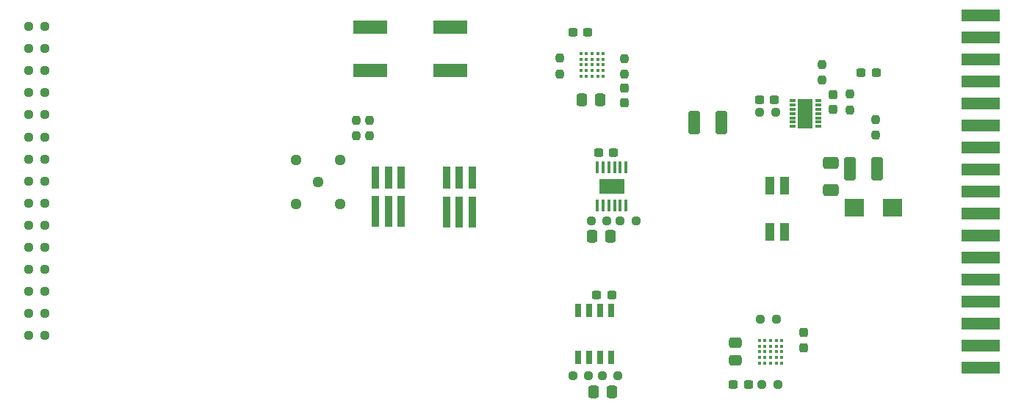
<source format=gbr>
%TF.GenerationSoftware,KiCad,Pcbnew,8.0.7*%
%TF.CreationDate,2024-12-28T14:56:54+01:00*%
%TF.ProjectId,A5256,41353235-362e-46b6-9963-61645f706362,rev?*%
%TF.SameCoordinates,Original*%
%TF.FileFunction,Paste,Bot*%
%TF.FilePolarity,Positive*%
%FSLAX46Y46*%
G04 Gerber Fmt 4.6, Leading zero omitted, Abs format (unit mm)*
G04 Created by KiCad (PCBNEW 8.0.7) date 2024-12-28 14:56:54*
%MOMM*%
%LPD*%
G01*
G04 APERTURE LIST*
G04 Aperture macros list*
%AMRoundRect*
0 Rectangle with rounded corners*
0 $1 Rounding radius*
0 $2 $3 $4 $5 $6 $7 $8 $9 X,Y pos of 4 corners*
0 Add a 4 corners polygon primitive as box body*
4,1,4,$2,$3,$4,$5,$6,$7,$8,$9,$2,$3,0*
0 Add four circle primitives for the rounded corners*
1,1,$1+$1,$2,$3*
1,1,$1+$1,$4,$5*
1,1,$1+$1,$6,$7*
1,1,$1+$1,$8,$9*
0 Add four rect primitives between the rounded corners*
20,1,$1+$1,$2,$3,$4,$5,0*
20,1,$1+$1,$4,$5,$6,$7,0*
20,1,$1+$1,$6,$7,$8,$9,0*
20,1,$1+$1,$8,$9,$2,$3,0*%
G04 Aperture macros list end*
%ADD10RoundRect,0.250000X0.337500X0.475000X-0.337500X0.475000X-0.337500X-0.475000X0.337500X-0.475000X0*%
%ADD11R,0.850000X3.550000*%
%ADD12R,0.850000X2.650000*%
%ADD13RoundRect,0.237500X0.250000X0.237500X-0.250000X0.237500X-0.250000X-0.237500X0.250000X-0.237500X0*%
%ADD14RoundRect,0.250000X0.650000X-0.412500X0.650000X0.412500X-0.650000X0.412500X-0.650000X-0.412500X0*%
%ADD15R,2.200000X2.150000*%
%ADD16RoundRect,0.237500X0.237500X-0.250000X0.237500X0.250000X-0.237500X0.250000X-0.237500X-0.250000X0*%
%ADD17RoundRect,0.237500X0.300000X0.237500X-0.300000X0.237500X-0.300000X-0.237500X0.300000X-0.237500X0*%
%ADD18RoundRect,0.250000X0.475000X-0.337500X0.475000X0.337500X-0.475000X0.337500X-0.475000X-0.337500X0*%
%ADD19RoundRect,0.237500X-0.237500X0.300000X-0.237500X-0.300000X0.237500X-0.300000X0.237500X0.300000X0*%
%ADD20R,4.500000X1.400000*%
%ADD21RoundRect,0.237500X0.237500X-0.300000X0.237500X0.300000X-0.237500X0.300000X-0.237500X-0.300000X0*%
%ADD22RoundRect,0.237500X-0.250000X-0.237500X0.250000X-0.237500X0.250000X0.237500X-0.250000X0.237500X0*%
%ADD23R,0.800000X0.300000*%
%ADD24R,1.800000X3.400000*%
%ADD25C,0.370000*%
%ADD26RoundRect,0.250000X-0.337500X-0.475000X0.337500X-0.475000X0.337500X0.475000X-0.337500X0.475000X0*%
%ADD27R,0.450000X1.425000*%
%ADD28R,2.947000X1.753000*%
%ADD29RoundRect,0.237500X-0.237500X0.250000X-0.237500X-0.250000X0.237500X-0.250000X0.237500X0.250000X0*%
%ADD30R,4.000000X1.600000*%
%ADD31R,0.650000X1.526000*%
%ADD32R,1.100000X2.100000*%
%ADD33RoundRect,0.250000X-0.412500X-1.100000X0.412500X-1.100000X0.412500X1.100000X-0.412500X1.100000X0*%
%ADD34C,1.297940*%
%ADD35RoundRect,0.237500X-0.300000X-0.237500X0.300000X-0.237500X0.300000X0.237500X-0.300000X0.237500X0*%
G04 APERTURE END LIST*
D10*
%TO.C,C16*%
X169287500Y-86210000D03*
X167212500Y-86210000D03*
%TD*%
D11*
%TO.C,J6*%
X146410000Y-99100000D03*
D12*
X146410000Y-95200000D03*
D11*
X144910000Y-99100000D03*
D12*
X144910000Y-95200000D03*
D11*
X143410000Y-99100000D03*
D12*
X143410000Y-95200000D03*
%TD*%
D13*
%TO.C,R136*%
X105265700Y-113426900D03*
X103440700Y-113426900D03*
%TD*%
D14*
%TO.C,C5*%
X195940000Y-96612500D03*
X195940000Y-93487500D03*
%TD*%
D13*
%TO.C,R88*%
X105265700Y-98135468D03*
X103440700Y-98135468D03*
%TD*%
D15*
%TO.C,D1*%
X203040000Y-98650000D03*
X198640000Y-98650000D03*
%TD*%
D13*
%TO.C,R33*%
X105265700Y-77746900D03*
X103440700Y-77746900D03*
%TD*%
%TO.C,R7*%
X189512500Y-87690000D03*
X187687500Y-87690000D03*
%TD*%
%TO.C,R137*%
X105265700Y-110878323D03*
X103440700Y-110878323D03*
%TD*%
D16*
%TO.C,R8*%
X198060000Y-87362500D03*
X198060000Y-85537500D03*
%TD*%
D17*
%TO.C,C10*%
X170640000Y-108708000D03*
X168915000Y-108708000D03*
%TD*%
%TO.C,C9*%
X201132500Y-83080000D03*
X199407500Y-83080000D03*
%TD*%
D18*
%TO.C,C6*%
X184890000Y-116277500D03*
X184890000Y-114202500D03*
%TD*%
D19*
%TO.C,C7*%
X196150000Y-85607500D03*
X196150000Y-87332500D03*
%TD*%
D13*
%TO.C,R3*%
X189637100Y-111510000D03*
X187812100Y-111510000D03*
%TD*%
D20*
%TO.C,J4*%
X213160000Y-76500000D03*
X213160000Y-79040000D03*
X213160000Y-81580000D03*
X213160000Y-84120000D03*
X213160000Y-86660000D03*
X213160000Y-89200000D03*
X213160000Y-91740000D03*
X213160000Y-94280000D03*
X213160000Y-96820000D03*
X213160000Y-99360000D03*
X213160000Y-101900000D03*
X213160000Y-104440000D03*
X213160000Y-106980000D03*
X213160000Y-109520000D03*
X213160000Y-112060000D03*
X213160000Y-114600000D03*
X213160000Y-117140000D03*
%TD*%
D13*
%TO.C,R121*%
X105265700Y-105781181D03*
X103440700Y-105781181D03*
%TD*%
D16*
%TO.C,R2*%
X142730000Y-90382500D03*
X142730000Y-88557500D03*
%TD*%
D21*
%TO.C,C3*%
X192764600Y-114815000D03*
X192764600Y-113090000D03*
%TD*%
D10*
%TO.C,C14*%
X170653100Y-119926200D03*
X168578100Y-119926200D03*
%TD*%
D22*
%TO.C,R11*%
X166175000Y-118018000D03*
X168000000Y-118018000D03*
%TD*%
D23*
%TO.C,IC2*%
X194460000Y-86287500D03*
X194460000Y-86787500D03*
X194460000Y-87287500D03*
X194460000Y-87787500D03*
X194460000Y-88287500D03*
X194460000Y-88787500D03*
X194460000Y-89287500D03*
X191460000Y-89287500D03*
X191460000Y-88787500D03*
X191460000Y-88287500D03*
X191460000Y-87787500D03*
X191460000Y-87287500D03*
X191460000Y-86787500D03*
X191460000Y-86287500D03*
D24*
X192960000Y-87787500D03*
%TD*%
D13*
%TO.C,R56*%
X105265700Y-87941184D03*
X103440700Y-87941184D03*
%TD*%
D19*
%TO.C,C12*%
X172120000Y-84840000D03*
X172120000Y-86565000D03*
%TD*%
D17*
%TO.C,C4*%
X186377100Y-119030000D03*
X184652100Y-119030000D03*
%TD*%
D25*
%TO.C,IC3*%
X169690000Y-80885000D03*
X169040000Y-80885000D03*
X168390000Y-80885000D03*
X167740000Y-80885000D03*
X167090000Y-80885000D03*
X169690000Y-81535000D03*
X169040000Y-81535000D03*
X168390000Y-81535000D03*
X167740000Y-81535000D03*
X167090000Y-81535000D03*
X169690000Y-82185000D03*
X169040000Y-82185000D03*
X168390000Y-82185000D03*
X167740000Y-82185000D03*
X167090000Y-82185000D03*
X169690000Y-82835000D03*
X169040000Y-82835000D03*
X168390000Y-82835000D03*
X167740000Y-82835000D03*
X167090000Y-82835000D03*
X169690000Y-83485000D03*
X169040000Y-83485000D03*
X168390000Y-83485000D03*
X167740000Y-83485000D03*
X167090000Y-83485000D03*
%TD*%
D26*
%TO.C,C15*%
X168385000Y-101950000D03*
X170460000Y-101950000D03*
%TD*%
D27*
%TO.C,IC4*%
X169015000Y-94018000D03*
X169665000Y-94018000D03*
X170315000Y-94018000D03*
X170965000Y-94018000D03*
X171615000Y-94018000D03*
X172265000Y-94018000D03*
X172265000Y-98442000D03*
X171615000Y-98442000D03*
X170965000Y-98442000D03*
X170315000Y-98442000D03*
X169665000Y-98442000D03*
X169015000Y-98442000D03*
D28*
X170640000Y-96230000D03*
%TD*%
D29*
%TO.C,R9*%
X164650000Y-81410000D03*
X164650000Y-83235000D03*
%TD*%
D13*
%TO.C,R40*%
X105265700Y-82844042D03*
X103440700Y-82844042D03*
%TD*%
D22*
%TO.C,R6*%
X187949600Y-119030000D03*
X189774600Y-119030000D03*
%TD*%
D17*
%TO.C,C8*%
X189392500Y-86220000D03*
X187667500Y-86220000D03*
%TD*%
D30*
%TO.C,J5*%
X142780000Y-82790000D03*
X142780000Y-77790000D03*
X152080000Y-77790000D03*
X152080000Y-82790000D03*
%TD*%
D31*
%TO.C,IC5*%
X170575000Y-115932000D03*
X169305000Y-115932000D03*
X168035000Y-115932000D03*
X166765000Y-115932000D03*
X166765000Y-110508000D03*
X168035000Y-110508000D03*
X169305000Y-110508000D03*
X170575000Y-110508000D03*
%TD*%
D13*
%TO.C,R57*%
X105265700Y-85392613D03*
X103440700Y-85392613D03*
%TD*%
%TO.C,R73*%
X105265700Y-90489755D03*
X103440700Y-90489755D03*
%TD*%
D17*
%TO.C,C11*%
X167905000Y-78450000D03*
X166180000Y-78450000D03*
%TD*%
D29*
%TO.C,R4*%
X194850000Y-82127500D03*
X194850000Y-83952500D03*
%TD*%
D16*
%TO.C,R1*%
X141210000Y-90372500D03*
X141210000Y-88547500D03*
%TD*%
D32*
%TO.C,L1*%
X190530000Y-101495000D03*
X188830000Y-101495000D03*
X188830000Y-96095000D03*
X190530000Y-96095000D03*
%TD*%
D13*
%TO.C,R104*%
X105265700Y-103232610D03*
X103440700Y-103232610D03*
%TD*%
D33*
%TO.C,C2*%
X198097500Y-94140000D03*
X201222500Y-94140000D03*
%TD*%
D13*
%TO.C,R72*%
X105265700Y-93038326D03*
X103440700Y-93038326D03*
%TD*%
D11*
%TO.C,J1*%
X154590000Y-99130000D03*
D12*
X154590000Y-95230000D03*
D11*
X153090000Y-99130000D03*
D12*
X153090000Y-95230000D03*
D11*
X151590000Y-99130000D03*
D12*
X151590000Y-95230000D03*
%TD*%
D16*
%TO.C,R14*%
X172120000Y-83265000D03*
X172120000Y-81440000D03*
%TD*%
D13*
%TO.C,R13*%
X173460000Y-100210000D03*
X171635000Y-100210000D03*
%TD*%
D25*
%TO.C,IC1*%
X190254600Y-116580000D03*
X190254600Y-115930000D03*
X190254600Y-115280000D03*
X190254600Y-114630000D03*
X190254600Y-113980000D03*
X189604600Y-116580000D03*
X189604600Y-115930000D03*
X189604600Y-115280000D03*
X189604600Y-114630000D03*
X189604600Y-113980000D03*
X188954600Y-116580000D03*
X188954600Y-115930000D03*
X188954600Y-115280000D03*
X188954600Y-114630000D03*
X188954600Y-113980000D03*
X188304600Y-116580000D03*
X188304600Y-115930000D03*
X188304600Y-115280000D03*
X188304600Y-114630000D03*
X188304600Y-113980000D03*
X187654600Y-116580000D03*
X187654600Y-115930000D03*
X187654600Y-115280000D03*
X187654600Y-114630000D03*
X187654600Y-113980000D03*
%TD*%
D13*
%TO.C,R89*%
X105265700Y-95586897D03*
X103440700Y-95586897D03*
%TD*%
%TO.C,R105*%
X105265700Y-100684039D03*
X103440700Y-100684039D03*
%TD*%
D16*
%TO.C,R5*%
X201050000Y-90292500D03*
X201050000Y-88467500D03*
%TD*%
D13*
%TO.C,R12*%
X170110000Y-100200000D03*
X168285000Y-100200000D03*
%TD*%
D33*
%TO.C,C1*%
X180147500Y-88870000D03*
X183272500Y-88870000D03*
%TD*%
D13*
%TO.C,R41*%
X105265700Y-80295471D03*
X103440700Y-80295471D03*
%TD*%
%TO.C,R120*%
X105265700Y-108329752D03*
X103440700Y-108329752D03*
%TD*%
D34*
%TO.C,J3*%
X134270000Y-98250000D03*
X139350000Y-98250000D03*
X139350000Y-93170000D03*
X134270000Y-93170000D03*
X136810000Y-95710000D03*
%TD*%
D22*
%TO.C,R10*%
X169535000Y-118018000D03*
X171360000Y-118018000D03*
%TD*%
D35*
%TO.C,C13*%
X169110000Y-92280000D03*
X170835000Y-92280000D03*
%TD*%
M02*

</source>
